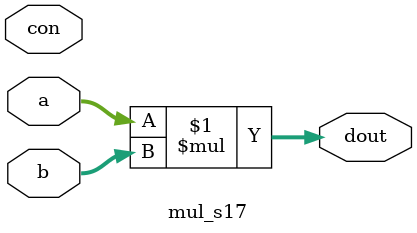
<source format=v>

module mul_s17 (
	a, b, dout, con
);
	input signed [16:0] a, b;
	output signed [33:0] dout;
	input con;

	// -> t« s17 x s17 = s34 rbgæZ
	assign dout = a * b;

endmodule

</source>
